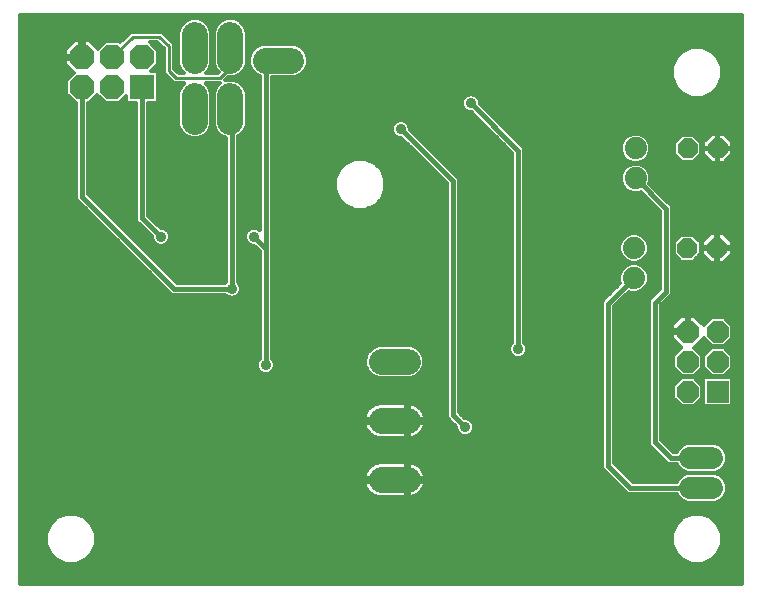
<source format=gbl>
G75*
%MOIN*%
%OFA0B0*%
%FSLAX24Y24*%
%IPPOS*%
%LPD*%
%AMOC8*
5,1,8,0,0,1.08239X$1,22.5*
%
%ADD10R,0.0740X0.0740*%
%ADD11OC8,0.0740*%
%ADD12C,0.0856*%
%ADD13OC8,0.0660*%
%ADD14C,0.0740*%
%ADD15C,0.0740*%
%ADD16OC8,0.0827*%
%ADD17R,0.0827X0.0827*%
%ADD18C,0.0120*%
%ADD19C,0.0354*%
%ADD20C,0.0160*%
%ADD21C,0.0100*%
D10*
X023716Y007034D03*
D11*
X022716Y007034D03*
X022716Y008034D03*
X023716Y008034D03*
X023716Y009034D03*
X022716Y009034D03*
D12*
X013374Y008034D02*
X012517Y008034D01*
X012517Y006066D02*
X013374Y006066D01*
X013374Y004097D02*
X012517Y004097D01*
X007468Y016036D02*
X007468Y016892D01*
X006287Y016892D02*
X006287Y016036D01*
X006287Y018073D02*
X006287Y018930D01*
X007468Y018930D02*
X007468Y018073D01*
X008649Y018073D02*
X009505Y018073D01*
D13*
X022716Y015145D03*
X023716Y015145D03*
X023691Y011823D03*
X022691Y011823D03*
D14*
X022797Y004826D02*
X023537Y004826D01*
X023537Y003826D02*
X022797Y003826D01*
D15*
X020928Y010823D03*
X020928Y011823D03*
X020977Y014145D03*
X020977Y015145D03*
D16*
X004531Y018180D03*
X003531Y018180D03*
X002531Y018180D03*
X002531Y017180D03*
X003531Y017180D03*
D17*
X004531Y017180D03*
D18*
X000455Y019575D02*
X000455Y000627D01*
X024521Y000627D01*
X024521Y019575D01*
X000455Y019575D01*
X000455Y019541D02*
X024521Y019541D01*
X024521Y019423D02*
X007711Y019423D01*
X007779Y019394D02*
X007577Y019478D01*
X007359Y019478D01*
X007158Y019394D01*
X007003Y019240D01*
X006920Y019039D01*
X006920Y017964D01*
X007003Y017763D01*
X007083Y017683D01*
X007053Y017653D01*
X006642Y017653D01*
X006752Y017763D01*
X006835Y017964D01*
X006835Y019039D01*
X006752Y019240D01*
X006597Y019394D01*
X006396Y019478D01*
X006178Y019478D01*
X005976Y019394D01*
X005822Y019240D01*
X005739Y019039D01*
X005739Y017964D01*
X005822Y017763D01*
X005932Y017653D01*
X005742Y017653D01*
X005596Y017799D01*
X005596Y018611D01*
X005496Y018711D01*
X005176Y019031D01*
X004142Y019031D01*
X004042Y018931D01*
X003788Y018677D01*
X003752Y018713D01*
X003310Y018713D01*
X003059Y018462D01*
X002769Y018753D01*
X002591Y018753D01*
X002591Y018240D01*
X002471Y018240D01*
X002471Y018753D01*
X002294Y018753D01*
X001958Y018417D01*
X001958Y018240D01*
X002471Y018240D01*
X002471Y018120D01*
X001958Y018120D01*
X001958Y017942D01*
X002248Y017651D01*
X001998Y017401D01*
X001998Y016959D01*
X002310Y016646D01*
X002331Y016646D01*
X002331Y013454D01*
X005398Y010387D01*
X005515Y010270D01*
X007297Y010270D01*
X007349Y010218D01*
X007458Y010173D01*
X007576Y010173D01*
X007686Y010218D01*
X007769Y010302D01*
X007814Y010411D01*
X007814Y010529D01*
X007769Y010638D01*
X007717Y010690D01*
X007717Y015546D01*
X007779Y015571D01*
X007933Y015725D01*
X008016Y015927D01*
X008016Y017001D01*
X007933Y017203D01*
X007779Y017357D01*
X007577Y017440D01*
X007359Y017440D01*
X007295Y017414D01*
X007406Y017525D01*
X007577Y017525D01*
X007779Y017609D01*
X007933Y017763D01*
X008016Y017964D01*
X008016Y019039D01*
X007933Y019240D01*
X007779Y019394D01*
X007869Y019304D02*
X024521Y019304D01*
X024521Y019186D02*
X007955Y019186D01*
X008004Y019067D02*
X024521Y019067D01*
X024521Y018949D02*
X008016Y018949D01*
X008016Y018830D02*
X024521Y018830D01*
X024521Y018712D02*
X008016Y018712D01*
X008016Y018593D02*
X008471Y018593D01*
X008540Y018622D02*
X008339Y018538D01*
X008184Y018384D01*
X008101Y018182D01*
X008101Y017964D01*
X008184Y017763D01*
X008339Y017609D01*
X008449Y017563D01*
X008449Y012419D01*
X008424Y012444D01*
X008315Y012490D01*
X008196Y012490D01*
X008087Y012444D01*
X008004Y012361D01*
X007958Y012252D01*
X007958Y012133D01*
X008004Y012024D01*
X008087Y011941D01*
X008196Y011895D01*
X008270Y011895D01*
X008449Y011716D01*
X008449Y008131D01*
X008397Y008079D01*
X008352Y007970D01*
X008352Y007852D01*
X008397Y007743D01*
X008481Y007659D01*
X008590Y007614D01*
X008708Y007614D01*
X008818Y007659D01*
X008901Y007743D01*
X008946Y007852D01*
X008946Y007970D01*
X008901Y008079D01*
X008849Y008131D01*
X008849Y017525D01*
X009615Y017525D01*
X009816Y017609D01*
X009970Y017763D01*
X010054Y017964D01*
X010054Y018182D01*
X009970Y018384D01*
X009816Y018538D01*
X009615Y018622D01*
X008540Y018622D01*
X008275Y018475D02*
X008016Y018475D01*
X008016Y018356D02*
X008173Y018356D01*
X008124Y018238D02*
X008016Y018238D01*
X008016Y018119D02*
X008101Y018119D01*
X008101Y018001D02*
X008016Y018001D01*
X007982Y017882D02*
X008135Y017882D01*
X008184Y017764D02*
X007933Y017764D01*
X007815Y017645D02*
X008302Y017645D01*
X008449Y017527D02*
X007580Y017527D01*
X007655Y017408D02*
X008449Y017408D01*
X008449Y017290D02*
X007846Y017290D01*
X007946Y017171D02*
X008449Y017171D01*
X008449Y017053D02*
X007995Y017053D01*
X008016Y016934D02*
X008449Y016934D01*
X008449Y016816D02*
X008016Y016816D01*
X008016Y016697D02*
X008449Y016697D01*
X008449Y016579D02*
X008016Y016579D01*
X008016Y016460D02*
X008449Y016460D01*
X008449Y016342D02*
X008016Y016342D01*
X008016Y016223D02*
X008449Y016223D01*
X008449Y016105D02*
X008016Y016105D01*
X008016Y015986D02*
X008449Y015986D01*
X008449Y015868D02*
X007992Y015868D01*
X007943Y015749D02*
X008449Y015749D01*
X008449Y015631D02*
X007838Y015631D01*
X007717Y015512D02*
X008449Y015512D01*
X008449Y015394D02*
X007717Y015394D01*
X007717Y015275D02*
X008449Y015275D01*
X008449Y015157D02*
X007717Y015157D01*
X007717Y015038D02*
X008449Y015038D01*
X008449Y014920D02*
X007717Y014920D01*
X007717Y014801D02*
X008449Y014801D01*
X008449Y014683D02*
X007717Y014683D01*
X007717Y014564D02*
X008449Y014564D01*
X008449Y014446D02*
X007717Y014446D01*
X007717Y014327D02*
X008449Y014327D01*
X008449Y014209D02*
X007717Y014209D01*
X007717Y014090D02*
X008449Y014090D01*
X008449Y013972D02*
X007717Y013972D01*
X007717Y013853D02*
X008449Y013853D01*
X008449Y013735D02*
X007717Y013735D01*
X007717Y013616D02*
X008449Y013616D01*
X008449Y013498D02*
X007717Y013498D01*
X007717Y013379D02*
X008449Y013379D01*
X008449Y013261D02*
X007717Y013261D01*
X007717Y013142D02*
X008449Y013142D01*
X008449Y013024D02*
X007717Y013024D01*
X007717Y012905D02*
X008449Y012905D01*
X008449Y012787D02*
X007717Y012787D01*
X007717Y012668D02*
X008449Y012668D01*
X008449Y012550D02*
X007717Y012550D01*
X007717Y012431D02*
X008074Y012431D01*
X007984Y012313D02*
X007717Y012313D01*
X007717Y012194D02*
X007958Y012194D01*
X007982Y012076D02*
X007717Y012076D01*
X007717Y011957D02*
X008071Y011957D01*
X008327Y011839D02*
X007717Y011839D01*
X007717Y011720D02*
X008445Y011720D01*
X008449Y011602D02*
X007717Y011602D01*
X007717Y011483D02*
X008449Y011483D01*
X008449Y011365D02*
X007717Y011365D01*
X007717Y011246D02*
X008449Y011246D01*
X008449Y011128D02*
X007717Y011128D01*
X007717Y011009D02*
X008449Y011009D01*
X008449Y010891D02*
X007717Y010891D01*
X007717Y010772D02*
X008449Y010772D01*
X008449Y010654D02*
X007754Y010654D01*
X007812Y010535D02*
X008449Y010535D01*
X008449Y010417D02*
X007814Y010417D01*
X007766Y010298D02*
X008449Y010298D01*
X008449Y010180D02*
X007592Y010180D01*
X007442Y010180D02*
X000455Y010180D01*
X000455Y010298D02*
X005487Y010298D01*
X005369Y010417D02*
X000455Y010417D01*
X000455Y010535D02*
X005250Y010535D01*
X005132Y010654D02*
X000455Y010654D01*
X000455Y010772D02*
X005013Y010772D01*
X004895Y010891D02*
X000455Y010891D01*
X000455Y011009D02*
X004776Y011009D01*
X004658Y011128D02*
X000455Y011128D01*
X000455Y011246D02*
X004539Y011246D01*
X004421Y011365D02*
X000455Y011365D01*
X000455Y011483D02*
X004302Y011483D01*
X004184Y011602D02*
X000455Y011602D01*
X000455Y011720D02*
X004065Y011720D01*
X003947Y011839D02*
X000455Y011839D01*
X000455Y011957D02*
X003828Y011957D01*
X003710Y012076D02*
X000455Y012076D01*
X000455Y012194D02*
X003591Y012194D01*
X003473Y012313D02*
X000455Y012313D01*
X000455Y012431D02*
X003354Y012431D01*
X003236Y012550D02*
X000455Y012550D01*
X000455Y012668D02*
X003117Y012668D01*
X002999Y012787D02*
X000455Y012787D01*
X000455Y012905D02*
X002880Y012905D01*
X002762Y013024D02*
X000455Y013024D01*
X000455Y013142D02*
X002643Y013142D01*
X002525Y013261D02*
X000455Y013261D01*
X000455Y013379D02*
X002406Y013379D01*
X002331Y013498D02*
X000455Y013498D01*
X000455Y013616D02*
X002331Y013616D01*
X002331Y013735D02*
X000455Y013735D01*
X000455Y013853D02*
X002331Y013853D01*
X002331Y013972D02*
X000455Y013972D01*
X000455Y014090D02*
X002331Y014090D01*
X002331Y014209D02*
X000455Y014209D01*
X000455Y014327D02*
X002331Y014327D01*
X002331Y014446D02*
X000455Y014446D01*
X000455Y014564D02*
X002331Y014564D01*
X002331Y014683D02*
X000455Y014683D01*
X000455Y014801D02*
X002331Y014801D01*
X002331Y014920D02*
X000455Y014920D01*
X000455Y015038D02*
X002331Y015038D01*
X002331Y015157D02*
X000455Y015157D01*
X000455Y015275D02*
X002331Y015275D01*
X002331Y015394D02*
X000455Y015394D01*
X000455Y015512D02*
X002331Y015512D01*
X002331Y015631D02*
X000455Y015631D01*
X000455Y015749D02*
X002331Y015749D01*
X002331Y015868D02*
X000455Y015868D01*
X000455Y015986D02*
X002331Y015986D01*
X002331Y016105D02*
X000455Y016105D01*
X000455Y016223D02*
X002331Y016223D01*
X002331Y016342D02*
X000455Y016342D01*
X000455Y016460D02*
X002331Y016460D01*
X002331Y016579D02*
X000455Y016579D01*
X000455Y016697D02*
X002259Y016697D01*
X002141Y016816D02*
X000455Y016816D01*
X000455Y016934D02*
X002022Y016934D01*
X001998Y017053D02*
X000455Y017053D01*
X000455Y017171D02*
X001998Y017171D01*
X001998Y017290D02*
X000455Y017290D01*
X000455Y017408D02*
X002005Y017408D01*
X002124Y017527D02*
X000455Y017527D01*
X000455Y017645D02*
X002242Y017645D01*
X002136Y017764D02*
X000455Y017764D01*
X000455Y017882D02*
X002018Y017882D01*
X001958Y018001D02*
X000455Y018001D01*
X000455Y018119D02*
X001958Y018119D01*
X001958Y018356D02*
X000455Y018356D01*
X000455Y018238D02*
X002471Y018238D01*
X002471Y018356D02*
X002591Y018356D01*
X002591Y018475D02*
X002471Y018475D01*
X002471Y018593D02*
X002591Y018593D01*
X002591Y018712D02*
X002471Y018712D01*
X002252Y018712D02*
X000455Y018712D01*
X000455Y018830D02*
X003941Y018830D01*
X003823Y018712D02*
X003754Y018712D01*
X003309Y018712D02*
X002810Y018712D01*
X002929Y018593D02*
X003190Y018593D01*
X003072Y018475D02*
X003047Y018475D01*
X002134Y018593D02*
X000455Y018593D01*
X000455Y018475D02*
X002015Y018475D01*
X000455Y018949D02*
X004060Y018949D01*
X004774Y018691D02*
X005035Y018691D01*
X005256Y018470D01*
X005256Y017658D01*
X005502Y017412D01*
X005601Y017313D01*
X005932Y017313D01*
X005822Y017203D01*
X005739Y017001D01*
X005739Y015927D01*
X005822Y015725D01*
X005976Y015571D01*
X006178Y015488D01*
X006396Y015488D01*
X006597Y015571D01*
X006752Y015725D01*
X006835Y015927D01*
X006835Y017001D01*
X006752Y017203D01*
X006642Y017313D01*
X007113Y017313D01*
X007003Y017203D01*
X006920Y017001D01*
X006920Y015927D01*
X007003Y015725D01*
X007158Y015571D01*
X007317Y015505D01*
X007317Y010690D01*
X007297Y010670D01*
X005681Y010670D01*
X002731Y013620D01*
X002731Y016646D01*
X002752Y016646D01*
X003031Y016925D01*
X003310Y016646D01*
X003752Y016646D01*
X003998Y016892D01*
X003998Y016717D01*
X004068Y016646D01*
X004331Y016646D01*
X004331Y012734D01*
X004858Y012207D01*
X004858Y012133D01*
X004903Y012024D01*
X004987Y011941D01*
X005096Y011895D01*
X005214Y011895D01*
X005323Y011941D01*
X005407Y012024D01*
X005452Y012133D01*
X005452Y012252D01*
X005407Y012361D01*
X005323Y012444D01*
X005214Y012490D01*
X005141Y012490D01*
X004731Y012899D01*
X004731Y016646D01*
X004994Y016646D01*
X005064Y016717D01*
X005064Y017643D01*
X004994Y017713D01*
X004819Y017713D01*
X005064Y017959D01*
X005064Y018401D01*
X004774Y018691D01*
X004872Y018593D02*
X005133Y018593D01*
X005252Y018475D02*
X004991Y018475D01*
X005064Y018356D02*
X005256Y018356D01*
X005256Y018238D02*
X005064Y018238D01*
X005064Y018119D02*
X005256Y018119D01*
X005256Y018001D02*
X005064Y018001D01*
X004988Y017882D02*
X005256Y017882D01*
X005256Y017764D02*
X004869Y017764D01*
X005062Y017645D02*
X005269Y017645D01*
X005388Y017527D02*
X005064Y017527D01*
X005064Y017408D02*
X005506Y017408D01*
X005632Y017764D02*
X005822Y017764D01*
X005773Y017882D02*
X005596Y017882D01*
X005596Y018001D02*
X005739Y018001D01*
X005739Y018119D02*
X005596Y018119D01*
X005596Y018238D02*
X005739Y018238D01*
X005739Y018356D02*
X005596Y018356D01*
X005596Y018475D02*
X005739Y018475D01*
X005739Y018593D02*
X005596Y018593D01*
X005496Y018712D02*
X005739Y018712D01*
X005739Y018830D02*
X005377Y018830D01*
X005259Y018949D02*
X005739Y018949D01*
X005751Y019067D02*
X000455Y019067D01*
X000455Y019186D02*
X005800Y019186D01*
X005886Y019304D02*
X000455Y019304D01*
X000455Y019423D02*
X006044Y019423D01*
X006529Y019423D02*
X007226Y019423D01*
X007067Y019304D02*
X006688Y019304D01*
X006774Y019186D02*
X006981Y019186D01*
X006932Y019067D02*
X006823Y019067D01*
X006835Y018949D02*
X006920Y018949D01*
X006920Y018830D02*
X006835Y018830D01*
X006835Y018712D02*
X006920Y018712D01*
X006920Y018593D02*
X006835Y018593D01*
X006835Y018475D02*
X006920Y018475D01*
X006920Y018356D02*
X006835Y018356D01*
X006835Y018238D02*
X006920Y018238D01*
X006920Y018119D02*
X006835Y018119D01*
X006835Y018001D02*
X006920Y018001D01*
X006954Y017882D02*
X006801Y017882D01*
X006752Y017764D02*
X007003Y017764D01*
X007090Y017290D02*
X006665Y017290D01*
X006765Y017171D02*
X006990Y017171D01*
X006941Y017053D02*
X006814Y017053D01*
X006835Y016934D02*
X006920Y016934D01*
X006920Y016816D02*
X006835Y016816D01*
X006835Y016697D02*
X006920Y016697D01*
X006920Y016579D02*
X006835Y016579D01*
X006835Y016460D02*
X006920Y016460D01*
X006920Y016342D02*
X006835Y016342D01*
X006835Y016223D02*
X006920Y016223D01*
X006920Y016105D02*
X006835Y016105D01*
X006835Y015986D02*
X006920Y015986D01*
X006945Y015868D02*
X006811Y015868D01*
X006761Y015749D02*
X006994Y015749D01*
X007098Y015631D02*
X006657Y015631D01*
X006454Y015512D02*
X007301Y015512D01*
X007317Y015394D02*
X004731Y015394D01*
X004731Y015512D02*
X006120Y015512D01*
X005917Y015631D02*
X004731Y015631D01*
X004731Y015749D02*
X005813Y015749D01*
X005763Y015868D02*
X004731Y015868D01*
X004731Y015986D02*
X005739Y015986D01*
X005739Y016105D02*
X004731Y016105D01*
X004731Y016223D02*
X005739Y016223D01*
X005739Y016342D02*
X004731Y016342D01*
X004731Y016460D02*
X005739Y016460D01*
X005739Y016579D02*
X004731Y016579D01*
X004331Y016579D02*
X002731Y016579D01*
X002731Y016460D02*
X004331Y016460D01*
X004331Y016342D02*
X002731Y016342D01*
X002731Y016223D02*
X004331Y016223D01*
X004331Y016105D02*
X002731Y016105D01*
X002731Y015986D02*
X004331Y015986D01*
X004331Y015868D02*
X002731Y015868D01*
X002731Y015749D02*
X004331Y015749D01*
X004331Y015631D02*
X002731Y015631D01*
X002731Y015512D02*
X004331Y015512D01*
X004331Y015394D02*
X002731Y015394D01*
X002731Y015275D02*
X004331Y015275D01*
X004331Y015157D02*
X002731Y015157D01*
X002731Y015038D02*
X004331Y015038D01*
X004331Y014920D02*
X002731Y014920D01*
X002731Y014801D02*
X004331Y014801D01*
X004331Y014683D02*
X002731Y014683D01*
X002731Y014564D02*
X004331Y014564D01*
X004331Y014446D02*
X002731Y014446D01*
X002731Y014327D02*
X004331Y014327D01*
X004331Y014209D02*
X002731Y014209D01*
X002731Y014090D02*
X004331Y014090D01*
X004331Y013972D02*
X002731Y013972D01*
X002731Y013853D02*
X004331Y013853D01*
X004331Y013735D02*
X002731Y013735D01*
X002735Y013616D02*
X004331Y013616D01*
X004331Y013498D02*
X002853Y013498D01*
X002972Y013379D02*
X004331Y013379D01*
X004331Y013261D02*
X003090Y013261D01*
X003209Y013142D02*
X004331Y013142D01*
X004331Y013024D02*
X003327Y013024D01*
X003446Y012905D02*
X004331Y012905D01*
X004331Y012787D02*
X003564Y012787D01*
X003683Y012668D02*
X004397Y012668D01*
X004515Y012550D02*
X003801Y012550D01*
X003920Y012431D02*
X004634Y012431D01*
X004752Y012313D02*
X004038Y012313D01*
X004157Y012194D02*
X004858Y012194D01*
X004882Y012076D02*
X004275Y012076D01*
X004394Y011957D02*
X004970Y011957D01*
X004631Y011720D02*
X007317Y011720D01*
X007317Y011602D02*
X004749Y011602D01*
X004868Y011483D02*
X007317Y011483D01*
X007317Y011365D02*
X004986Y011365D01*
X005105Y011246D02*
X007317Y011246D01*
X007317Y011128D02*
X005223Y011128D01*
X005342Y011009D02*
X007317Y011009D01*
X007317Y010891D02*
X005460Y010891D01*
X005579Y010772D02*
X007317Y010772D01*
X008449Y010061D02*
X000455Y010061D01*
X000455Y009943D02*
X008449Y009943D01*
X008449Y009824D02*
X000455Y009824D01*
X000455Y009706D02*
X008449Y009706D01*
X008449Y009587D02*
X000455Y009587D01*
X000455Y009469D02*
X008449Y009469D01*
X008449Y009350D02*
X000455Y009350D01*
X000455Y009232D02*
X008449Y009232D01*
X008449Y009113D02*
X000455Y009113D01*
X000455Y008995D02*
X008449Y008995D01*
X008449Y008876D02*
X000455Y008876D01*
X000455Y008758D02*
X008449Y008758D01*
X008449Y008639D02*
X000455Y008639D01*
X000455Y008521D02*
X008449Y008521D01*
X008449Y008402D02*
X000455Y008402D01*
X000455Y008284D02*
X008449Y008284D01*
X008449Y008165D02*
X000455Y008165D01*
X000455Y008047D02*
X008384Y008047D01*
X008352Y007928D02*
X000455Y007928D01*
X000455Y007810D02*
X008370Y007810D01*
X008449Y007691D02*
X000455Y007691D01*
X000455Y007573D02*
X012204Y007573D01*
X012207Y007569D02*
X012408Y007486D01*
X013483Y007486D01*
X013684Y007569D01*
X013838Y007724D01*
X013922Y007925D01*
X013922Y008143D01*
X013838Y008345D01*
X013684Y008499D01*
X013483Y008582D01*
X012408Y008582D01*
X012207Y008499D01*
X012053Y008345D01*
X011969Y008143D01*
X011969Y007925D01*
X012053Y007724D01*
X012207Y007569D01*
X012085Y007691D02*
X008849Y007691D01*
X008929Y007810D02*
X012017Y007810D01*
X011969Y007928D02*
X008946Y007928D01*
X008915Y008047D02*
X011969Y008047D01*
X011978Y008165D02*
X008849Y008165D01*
X008849Y008284D02*
X012027Y008284D01*
X012110Y008402D02*
X008849Y008402D01*
X008849Y008521D02*
X012259Y008521D01*
X013631Y008521D02*
X014675Y008521D01*
X014675Y008639D02*
X008849Y008639D01*
X008849Y008758D02*
X014675Y008758D01*
X014675Y008876D02*
X008849Y008876D01*
X008849Y008995D02*
X014675Y008995D01*
X014675Y009113D02*
X008849Y009113D01*
X008849Y009232D02*
X014675Y009232D01*
X014675Y009350D02*
X008849Y009350D01*
X008849Y009469D02*
X014675Y009469D01*
X014675Y009587D02*
X008849Y009587D01*
X008849Y009706D02*
X014675Y009706D01*
X014675Y009824D02*
X008849Y009824D01*
X008849Y009943D02*
X014675Y009943D01*
X014675Y010061D02*
X008849Y010061D01*
X008849Y010180D02*
X014675Y010180D01*
X014675Y010298D02*
X008849Y010298D01*
X008849Y010417D02*
X014675Y010417D01*
X014675Y010535D02*
X008849Y010535D01*
X008849Y010654D02*
X014675Y010654D01*
X014675Y010772D02*
X008849Y010772D01*
X008849Y010891D02*
X014675Y010891D01*
X014675Y011009D02*
X008849Y011009D01*
X008849Y011128D02*
X014675Y011128D01*
X014675Y011246D02*
X008849Y011246D01*
X008849Y011365D02*
X014675Y011365D01*
X014675Y011483D02*
X008849Y011483D01*
X008849Y011602D02*
X014675Y011602D01*
X014675Y011720D02*
X008849Y011720D01*
X008849Y011839D02*
X014675Y011839D01*
X014675Y011957D02*
X008849Y011957D01*
X008849Y012076D02*
X014675Y012076D01*
X014675Y012194D02*
X008849Y012194D01*
X008849Y012313D02*
X014675Y012313D01*
X014675Y012431D02*
X008849Y012431D01*
X008849Y012550D02*
X014675Y012550D01*
X014675Y012668D02*
X008849Y012668D01*
X008849Y012787D02*
X014675Y012787D01*
X014675Y012905D02*
X008849Y012905D01*
X008849Y013024D02*
X014675Y013024D01*
X014675Y013142D02*
X012068Y013142D01*
X011966Y013100D02*
X012275Y013227D01*
X012511Y013464D01*
X012639Y013772D01*
X012639Y014107D01*
X012511Y014415D01*
X012275Y014652D01*
X011966Y014779D01*
X011632Y014779D01*
X011323Y014652D01*
X011087Y014415D01*
X010959Y014107D01*
X010959Y013772D01*
X011087Y013464D01*
X011323Y013227D01*
X011632Y013100D01*
X011966Y013100D01*
X012308Y013261D02*
X014675Y013261D01*
X014675Y013379D02*
X012426Y013379D01*
X012525Y013498D02*
X014675Y013498D01*
X014675Y013616D02*
X012574Y013616D01*
X012623Y013735D02*
X014675Y013735D01*
X014675Y013853D02*
X012639Y013853D01*
X012639Y013972D02*
X014675Y013972D01*
X014675Y013980D02*
X014675Y006180D01*
X014792Y006062D01*
X014996Y005858D01*
X014996Y005785D01*
X015041Y005676D01*
X015125Y005592D01*
X015234Y005547D01*
X015352Y005547D01*
X015461Y005592D01*
X015545Y005676D01*
X015590Y005785D01*
X015590Y005903D01*
X015545Y006012D01*
X015461Y006096D01*
X015352Y006141D01*
X015279Y006141D01*
X015075Y006345D01*
X015075Y014145D01*
X014957Y014263D01*
X013449Y015771D01*
X013449Y015844D01*
X013404Y015953D01*
X013320Y016037D01*
X013211Y016082D01*
X013093Y016082D01*
X012984Y016037D01*
X012900Y015953D01*
X012855Y015844D01*
X012855Y015726D01*
X012900Y015617D01*
X012984Y015533D01*
X013093Y015488D01*
X013166Y015488D01*
X014675Y013980D01*
X014564Y014090D02*
X012639Y014090D01*
X012596Y014209D02*
X014446Y014209D01*
X014327Y014327D02*
X012547Y014327D01*
X012481Y014446D02*
X014209Y014446D01*
X014090Y014564D02*
X012362Y014564D01*
X012200Y014683D02*
X013972Y014683D01*
X013853Y014801D02*
X008849Y014801D01*
X008849Y014683D02*
X011398Y014683D01*
X011235Y014564D02*
X008849Y014564D01*
X008849Y014446D02*
X011117Y014446D01*
X011050Y014327D02*
X008849Y014327D01*
X008849Y014209D02*
X011001Y014209D01*
X010959Y014090D02*
X008849Y014090D01*
X008849Y013972D02*
X010959Y013972D01*
X010959Y013853D02*
X008849Y013853D01*
X008849Y013735D02*
X010975Y013735D01*
X011024Y013616D02*
X008849Y013616D01*
X008849Y013498D02*
X011073Y013498D01*
X011171Y013379D02*
X008849Y013379D01*
X008849Y013261D02*
X011290Y013261D01*
X011529Y013142D02*
X008849Y013142D01*
X008449Y012431D02*
X008437Y012431D01*
X007317Y012431D02*
X005337Y012431D01*
X005427Y012313D02*
X007317Y012313D01*
X007317Y012194D02*
X005452Y012194D01*
X005428Y012076D02*
X007317Y012076D01*
X007317Y011957D02*
X005340Y011957D01*
X005081Y012550D02*
X007317Y012550D01*
X007317Y012668D02*
X004962Y012668D01*
X004844Y012787D02*
X007317Y012787D01*
X007317Y012905D02*
X004731Y012905D01*
X004731Y013024D02*
X007317Y013024D01*
X007317Y013142D02*
X004731Y013142D01*
X004731Y013261D02*
X007317Y013261D01*
X007317Y013379D02*
X004731Y013379D01*
X004731Y013498D02*
X007317Y013498D01*
X007317Y013616D02*
X004731Y013616D01*
X004731Y013735D02*
X007317Y013735D01*
X007317Y013853D02*
X004731Y013853D01*
X004731Y013972D02*
X007317Y013972D01*
X007317Y014090D02*
X004731Y014090D01*
X004731Y014209D02*
X007317Y014209D01*
X007317Y014327D02*
X004731Y014327D01*
X004731Y014446D02*
X007317Y014446D01*
X007317Y014564D02*
X004731Y014564D01*
X004731Y014683D02*
X007317Y014683D01*
X007317Y014801D02*
X004731Y014801D01*
X004731Y014920D02*
X007317Y014920D01*
X007317Y015038D02*
X004731Y015038D01*
X004731Y015157D02*
X007317Y015157D01*
X007317Y015275D02*
X004731Y015275D01*
X005045Y016697D02*
X005739Y016697D01*
X005739Y016816D02*
X005064Y016816D01*
X005064Y016934D02*
X005739Y016934D01*
X005760Y017053D02*
X005064Y017053D01*
X005064Y017171D02*
X005809Y017171D01*
X005909Y017290D02*
X005064Y017290D01*
X003998Y016816D02*
X003921Y016816D01*
X004017Y016697D02*
X003803Y016697D01*
X003259Y016697D02*
X002803Y016697D01*
X002921Y016816D02*
X003141Y016816D01*
X008849Y016816D02*
X015239Y016816D01*
X015238Y016815D02*
X015193Y016705D01*
X015193Y016587D01*
X015238Y016478D01*
X015321Y016394D01*
X015431Y016349D01*
X015504Y016349D01*
X016865Y014989D01*
X016865Y008673D01*
X016813Y008621D01*
X016767Y008511D01*
X016767Y008393D01*
X016813Y008284D01*
X016896Y008200D01*
X017005Y008155D01*
X017124Y008155D01*
X017233Y008200D01*
X017316Y008284D01*
X017362Y008393D01*
X017362Y008511D01*
X017316Y008621D01*
X017265Y008673D01*
X017265Y015154D01*
X017147Y015271D01*
X015787Y016632D01*
X015787Y016705D01*
X015742Y016815D01*
X015658Y016898D01*
X015549Y016943D01*
X015431Y016943D01*
X015321Y016898D01*
X015238Y016815D01*
X015193Y016697D02*
X008849Y016697D01*
X008849Y016579D02*
X015196Y016579D01*
X015256Y016460D02*
X008849Y016460D01*
X008849Y016342D02*
X015512Y016342D01*
X015630Y016223D02*
X008849Y016223D01*
X008849Y016105D02*
X015749Y016105D01*
X015867Y015986D02*
X013371Y015986D01*
X013440Y015868D02*
X015986Y015868D01*
X016104Y015749D02*
X013471Y015749D01*
X013589Y015631D02*
X016223Y015631D01*
X016341Y015512D02*
X013708Y015512D01*
X013826Y015394D02*
X016460Y015394D01*
X016578Y015275D02*
X013945Y015275D01*
X014063Y015157D02*
X016697Y015157D01*
X016815Y015038D02*
X014182Y015038D01*
X014300Y014920D02*
X016865Y014920D01*
X016865Y014801D02*
X014419Y014801D01*
X014537Y014683D02*
X016865Y014683D01*
X016865Y014564D02*
X014656Y014564D01*
X014774Y014446D02*
X016865Y014446D01*
X016865Y014327D02*
X014893Y014327D01*
X014957Y014263D02*
X014957Y014263D01*
X015011Y014209D02*
X016865Y014209D01*
X016865Y014090D02*
X015075Y014090D01*
X015075Y013972D02*
X016865Y013972D01*
X016865Y013853D02*
X015075Y013853D01*
X015075Y013735D02*
X016865Y013735D01*
X016865Y013616D02*
X015075Y013616D01*
X015075Y013498D02*
X016865Y013498D01*
X016865Y013379D02*
X015075Y013379D01*
X015075Y013261D02*
X016865Y013261D01*
X016865Y013142D02*
X015075Y013142D01*
X015075Y013024D02*
X016865Y013024D01*
X016865Y012905D02*
X015075Y012905D01*
X015075Y012787D02*
X016865Y012787D01*
X016865Y012668D02*
X015075Y012668D01*
X015075Y012550D02*
X016865Y012550D01*
X016865Y012431D02*
X015075Y012431D01*
X015075Y012313D02*
X016865Y012313D01*
X016865Y012194D02*
X015075Y012194D01*
X015075Y012076D02*
X016865Y012076D01*
X016865Y011957D02*
X015075Y011957D01*
X015075Y011839D02*
X016865Y011839D01*
X016865Y011720D02*
X015075Y011720D01*
X015075Y011602D02*
X016865Y011602D01*
X016865Y011483D02*
X015075Y011483D01*
X015075Y011365D02*
X016865Y011365D01*
X016865Y011246D02*
X015075Y011246D01*
X015075Y011128D02*
X016865Y011128D01*
X016865Y011009D02*
X015075Y011009D01*
X015075Y010891D02*
X016865Y010891D01*
X016865Y010772D02*
X015075Y010772D01*
X015075Y010654D02*
X016865Y010654D01*
X016865Y010535D02*
X015075Y010535D01*
X015075Y010417D02*
X016865Y010417D01*
X016865Y010298D02*
X015075Y010298D01*
X015075Y010180D02*
X016865Y010180D01*
X016865Y010061D02*
X015075Y010061D01*
X015075Y009943D02*
X016865Y009943D01*
X016865Y009824D02*
X015075Y009824D01*
X015075Y009706D02*
X016865Y009706D01*
X016865Y009587D02*
X015075Y009587D01*
X015075Y009469D02*
X016865Y009469D01*
X016865Y009350D02*
X015075Y009350D01*
X015075Y009232D02*
X016865Y009232D01*
X016865Y009113D02*
X015075Y009113D01*
X015075Y008995D02*
X016865Y008995D01*
X016865Y008876D02*
X015075Y008876D01*
X015075Y008758D02*
X016865Y008758D01*
X016831Y008639D02*
X015075Y008639D01*
X015075Y008521D02*
X016771Y008521D01*
X016767Y008402D02*
X015075Y008402D01*
X015075Y008284D02*
X016813Y008284D01*
X016982Y008165D02*
X015075Y008165D01*
X015075Y008047D02*
X019866Y008047D01*
X019866Y008165D02*
X017147Y008165D01*
X017316Y008284D02*
X019866Y008284D01*
X019866Y008402D02*
X017362Y008402D01*
X017358Y008521D02*
X019866Y008521D01*
X019866Y008639D02*
X017298Y008639D01*
X017265Y008758D02*
X019866Y008758D01*
X019866Y008876D02*
X017265Y008876D01*
X017265Y008995D02*
X019866Y008995D01*
X019866Y009113D02*
X017265Y009113D01*
X017265Y009232D02*
X019866Y009232D01*
X019866Y009350D02*
X017265Y009350D01*
X017265Y009469D02*
X019866Y009469D01*
X019866Y009587D02*
X017265Y009587D01*
X017265Y009706D02*
X019866Y009706D01*
X019866Y009824D02*
X017265Y009824D01*
X017265Y009943D02*
X019866Y009943D01*
X019866Y010045D02*
X019866Y004482D01*
X019984Y004365D01*
X020722Y003626D01*
X022349Y003626D01*
X022381Y003549D01*
X022519Y003411D01*
X022699Y003336D01*
X023634Y003336D01*
X023814Y003411D01*
X023952Y003549D01*
X024027Y003729D01*
X024027Y003924D01*
X023952Y004104D01*
X023814Y004242D01*
X023634Y004316D01*
X022699Y004316D01*
X022519Y004242D01*
X022381Y004104D01*
X022349Y004026D01*
X020888Y004026D01*
X020266Y004647D01*
X020266Y009879D01*
X020753Y010366D01*
X020830Y010333D01*
X021025Y010333D01*
X021205Y010408D01*
X021343Y010546D01*
X021418Y010726D01*
X021418Y010921D01*
X021343Y011101D01*
X021205Y011239D01*
X021025Y011313D01*
X020830Y011313D01*
X020650Y011239D01*
X020512Y011101D01*
X020438Y010921D01*
X020438Y010726D01*
X020470Y010648D01*
X019866Y010045D01*
X019883Y010061D02*
X017265Y010061D01*
X017265Y010180D02*
X020001Y010180D01*
X020120Y010298D02*
X017265Y010298D01*
X017265Y010417D02*
X020238Y010417D01*
X020357Y010535D02*
X017265Y010535D01*
X017265Y010654D02*
X020468Y010654D01*
X020438Y010772D02*
X017265Y010772D01*
X017265Y010891D02*
X020438Y010891D01*
X020474Y011009D02*
X017265Y011009D01*
X017265Y011128D02*
X020539Y011128D01*
X020668Y011246D02*
X017265Y011246D01*
X017265Y011365D02*
X020755Y011365D01*
X020830Y011333D02*
X021025Y011333D01*
X021205Y011408D01*
X021343Y011546D01*
X021418Y011726D01*
X021418Y011921D01*
X021343Y012101D01*
X021205Y012239D01*
X021025Y012313D01*
X020830Y012313D01*
X020650Y012239D01*
X020512Y012101D01*
X020438Y011921D01*
X020438Y011726D01*
X020512Y011546D01*
X020650Y011408D01*
X020830Y011333D01*
X021100Y011365D02*
X021786Y011365D01*
X021786Y011483D02*
X021280Y011483D01*
X021366Y011602D02*
X021786Y011602D01*
X021786Y011720D02*
X021415Y011720D01*
X021418Y011839D02*
X021786Y011839D01*
X021786Y011957D02*
X021403Y011957D01*
X021354Y012076D02*
X021786Y012076D01*
X021786Y012194D02*
X021250Y012194D01*
X021027Y012313D02*
X021786Y012313D01*
X021786Y012431D02*
X017265Y012431D01*
X017265Y012313D02*
X020828Y012313D01*
X020605Y012194D02*
X017265Y012194D01*
X017265Y012076D02*
X020502Y012076D01*
X020453Y011957D02*
X017265Y011957D01*
X017265Y011839D02*
X020438Y011839D01*
X020440Y011720D02*
X017265Y011720D01*
X017265Y011602D02*
X020489Y011602D01*
X020575Y011483D02*
X017265Y011483D01*
X017265Y012550D02*
X021786Y012550D01*
X021786Y012668D02*
X017265Y012668D01*
X017265Y012787D02*
X021786Y012787D01*
X021786Y012905D02*
X017265Y012905D01*
X017265Y013024D02*
X021786Y013024D01*
X021786Y013054D02*
X021786Y010454D01*
X021417Y010085D01*
X021417Y005269D01*
X021534Y005152D01*
X022059Y004626D01*
X022349Y004626D01*
X022381Y004549D01*
X022519Y004411D01*
X022699Y004336D01*
X023634Y004336D01*
X023814Y004411D01*
X023952Y004549D01*
X024027Y004729D01*
X024027Y004924D01*
X023952Y005104D01*
X023814Y005242D01*
X023634Y005316D01*
X022699Y005316D01*
X022519Y005242D01*
X022381Y005104D01*
X022349Y005026D01*
X022225Y005026D01*
X021817Y005435D01*
X021817Y009920D01*
X022069Y010172D01*
X022186Y010289D01*
X022186Y013219D01*
X021435Y013970D01*
X021467Y014048D01*
X021467Y014243D01*
X021392Y014423D01*
X021254Y014561D01*
X021074Y014635D01*
X020879Y014635D01*
X020699Y014561D01*
X020562Y014423D01*
X020487Y014243D01*
X020487Y014048D01*
X020562Y013868D01*
X020699Y013730D01*
X020879Y013655D01*
X021074Y013655D01*
X021152Y013687D01*
X021786Y013054D01*
X021697Y013142D02*
X017265Y013142D01*
X017265Y013261D02*
X021579Y013261D01*
X021460Y013379D02*
X017265Y013379D01*
X017265Y013498D02*
X021342Y013498D01*
X021223Y013616D02*
X017265Y013616D01*
X017265Y013735D02*
X020695Y013735D01*
X020576Y013853D02*
X017265Y013853D01*
X017265Y013972D02*
X020519Y013972D01*
X020487Y014090D02*
X017265Y014090D01*
X017265Y014209D02*
X020487Y014209D01*
X020522Y014327D02*
X017265Y014327D01*
X017265Y014446D02*
X020584Y014446D01*
X020708Y014564D02*
X017265Y014564D01*
X017265Y014683D02*
X020814Y014683D01*
X020879Y014655D02*
X020699Y014730D01*
X020562Y014868D01*
X020487Y015048D01*
X020487Y015243D01*
X020562Y015423D01*
X020699Y015561D01*
X020879Y015635D01*
X021074Y015635D01*
X021254Y015561D01*
X021392Y015423D01*
X021467Y015243D01*
X021467Y015048D01*
X021392Y014868D01*
X021254Y014730D01*
X021074Y014655D01*
X020879Y014655D01*
X021140Y014683D02*
X023486Y014683D01*
X023513Y014655D02*
X023696Y014655D01*
X023696Y015125D01*
X023736Y015125D01*
X023736Y014655D01*
X023919Y014655D01*
X024206Y014942D01*
X024206Y015125D01*
X023736Y015125D01*
X023736Y015165D01*
X024206Y015165D01*
X024206Y015348D01*
X023919Y015635D01*
X023736Y015635D01*
X023736Y015165D01*
X023696Y015165D01*
X023696Y015125D01*
X023226Y015125D01*
X023226Y014942D01*
X023513Y014655D01*
X023696Y014683D02*
X023736Y014683D01*
X023736Y014801D02*
X023696Y014801D01*
X023696Y014920D02*
X023736Y014920D01*
X023736Y015038D02*
X023696Y015038D01*
X023696Y015157D02*
X023166Y015157D01*
X023226Y015165D02*
X023696Y015165D01*
X023696Y015635D01*
X023513Y015635D01*
X023226Y015348D01*
X023226Y015165D01*
X023226Y015275D02*
X023166Y015275D01*
X023166Y015332D02*
X022902Y015595D01*
X022530Y015595D01*
X022266Y015332D01*
X022266Y014959D01*
X022530Y014695D01*
X022902Y014695D01*
X023166Y014959D01*
X023166Y015332D01*
X023104Y015394D02*
X023271Y015394D01*
X023390Y015512D02*
X022986Y015512D01*
X023166Y015038D02*
X023226Y015038D01*
X023249Y014920D02*
X023127Y014920D01*
X023008Y014801D02*
X023367Y014801D01*
X023736Y015157D02*
X024521Y015157D01*
X024521Y015275D02*
X024206Y015275D01*
X024161Y015394D02*
X024521Y015394D01*
X024521Y015512D02*
X024042Y015512D01*
X023924Y015631D02*
X024521Y015631D01*
X024521Y015749D02*
X016670Y015749D01*
X016788Y015631D02*
X020868Y015631D01*
X021086Y015631D02*
X023508Y015631D01*
X023696Y015631D02*
X023736Y015631D01*
X023736Y015512D02*
X023696Y015512D01*
X023696Y015394D02*
X023736Y015394D01*
X023736Y015275D02*
X023696Y015275D01*
X024206Y015038D02*
X024521Y015038D01*
X024521Y014920D02*
X024183Y014920D01*
X024065Y014801D02*
X024521Y014801D01*
X024521Y014683D02*
X023946Y014683D01*
X024521Y014564D02*
X021246Y014564D01*
X021370Y014446D02*
X024521Y014446D01*
X024521Y014327D02*
X021432Y014327D01*
X021467Y014209D02*
X024521Y014209D01*
X024521Y014090D02*
X021467Y014090D01*
X021435Y013972D02*
X024521Y013972D01*
X024521Y013853D02*
X021552Y013853D01*
X021670Y013735D02*
X024521Y013735D01*
X024521Y013616D02*
X021789Y013616D01*
X021907Y013498D02*
X024521Y013498D01*
X024521Y013379D02*
X022026Y013379D01*
X022144Y013261D02*
X024521Y013261D01*
X024521Y013142D02*
X022186Y013142D01*
X022186Y013024D02*
X024521Y013024D01*
X024521Y012905D02*
X022186Y012905D01*
X022186Y012787D02*
X024521Y012787D01*
X024521Y012668D02*
X022186Y012668D01*
X022186Y012550D02*
X024521Y012550D01*
X024521Y012431D02*
X022186Y012431D01*
X022186Y012313D02*
X023488Y012313D01*
X023489Y012313D02*
X023201Y012026D01*
X023201Y011843D01*
X023671Y011843D01*
X023671Y011803D01*
X023201Y011803D01*
X023201Y011620D01*
X023489Y011333D01*
X023671Y011333D01*
X023671Y011803D01*
X023711Y011803D01*
X023711Y011333D01*
X023894Y011333D01*
X024181Y011620D01*
X024181Y011803D01*
X023712Y011803D01*
X023712Y011843D01*
X024181Y011843D01*
X024181Y012026D01*
X023894Y012313D01*
X023711Y012313D01*
X023711Y011843D01*
X023671Y011843D01*
X023671Y012313D01*
X023489Y012313D01*
X023369Y012194D02*
X022957Y012194D01*
X022878Y012273D02*
X022505Y012273D01*
X022241Y012010D01*
X022241Y011637D01*
X022505Y011373D01*
X022878Y011373D01*
X023141Y011637D01*
X023141Y012010D01*
X022878Y012273D01*
X023076Y012076D02*
X023251Y012076D01*
X023201Y011957D02*
X023141Y011957D01*
X023141Y011839D02*
X023671Y011839D01*
X023712Y011839D02*
X024521Y011839D01*
X024521Y011957D02*
X024181Y011957D01*
X024132Y012076D02*
X024521Y012076D01*
X024521Y012194D02*
X024014Y012194D01*
X023895Y012313D02*
X024521Y012313D01*
X024521Y011720D02*
X024181Y011720D01*
X024163Y011602D02*
X024521Y011602D01*
X024521Y011483D02*
X024044Y011483D01*
X023926Y011365D02*
X024521Y011365D01*
X024521Y011246D02*
X022186Y011246D01*
X022186Y011128D02*
X024521Y011128D01*
X024521Y011009D02*
X022186Y011009D01*
X022186Y010891D02*
X024521Y010891D01*
X024521Y010772D02*
X022186Y010772D01*
X022186Y010654D02*
X024521Y010654D01*
X024521Y010535D02*
X022186Y010535D01*
X022186Y010417D02*
X024521Y010417D01*
X024521Y010298D02*
X022186Y010298D01*
X022077Y010180D02*
X024521Y010180D01*
X024521Y010061D02*
X021958Y010061D01*
X021840Y009943D02*
X024521Y009943D01*
X024521Y009824D02*
X021817Y009824D01*
X021817Y009706D02*
X024521Y009706D01*
X024521Y009587D02*
X021817Y009587D01*
X021817Y009469D02*
X022401Y009469D01*
X022497Y009564D02*
X022186Y009254D01*
X022186Y009074D01*
X022676Y009074D01*
X022676Y008994D01*
X022186Y008994D01*
X022186Y008814D01*
X022495Y008506D01*
X022226Y008237D01*
X022226Y007831D01*
X022513Y007544D01*
X022919Y007544D01*
X023206Y007831D01*
X023206Y008237D01*
X022937Y008506D01*
X023244Y008813D01*
X023513Y008544D01*
X023919Y008544D01*
X024206Y008831D01*
X024206Y009237D01*
X023919Y009524D01*
X023513Y009524D01*
X023244Y009255D01*
X022936Y009564D01*
X022756Y009564D01*
X022756Y009074D01*
X022676Y009074D01*
X022676Y009564D01*
X022497Y009564D01*
X022676Y009469D02*
X022756Y009469D01*
X022756Y009350D02*
X022676Y009350D01*
X022676Y009232D02*
X022756Y009232D01*
X022756Y009113D02*
X022676Y009113D01*
X022676Y008995D02*
X021817Y008995D01*
X021817Y009113D02*
X022186Y009113D01*
X022186Y009232D02*
X021817Y009232D01*
X021817Y009350D02*
X022283Y009350D01*
X022186Y008876D02*
X021817Y008876D01*
X021817Y008758D02*
X022243Y008758D01*
X022362Y008639D02*
X021817Y008639D01*
X021817Y008521D02*
X022480Y008521D01*
X022391Y008402D02*
X021817Y008402D01*
X021817Y008284D02*
X022273Y008284D01*
X022226Y008165D02*
X021817Y008165D01*
X021817Y008047D02*
X022226Y008047D01*
X022226Y007928D02*
X021817Y007928D01*
X021817Y007810D02*
X022248Y007810D01*
X022366Y007691D02*
X021817Y007691D01*
X021817Y007573D02*
X022485Y007573D01*
X022513Y007524D02*
X022226Y007237D01*
X022226Y006831D01*
X022513Y006544D01*
X022919Y006544D01*
X023206Y006831D01*
X023206Y007237D01*
X022919Y007524D01*
X022513Y007524D01*
X022443Y007454D02*
X021817Y007454D01*
X021817Y007336D02*
X022325Y007336D01*
X022226Y007217D02*
X021817Y007217D01*
X021817Y007099D02*
X022226Y007099D01*
X022226Y006980D02*
X021817Y006980D01*
X021817Y006862D02*
X022226Y006862D01*
X022314Y006743D02*
X021817Y006743D01*
X021817Y006625D02*
X022433Y006625D01*
X023000Y006625D02*
X023226Y006625D01*
X023226Y006614D02*
X023296Y006544D01*
X024136Y006544D01*
X024206Y006614D01*
X024206Y007454D01*
X024521Y007454D01*
X024521Y007336D02*
X024206Y007336D01*
X024206Y007454D02*
X024136Y007524D01*
X023296Y007524D01*
X023226Y007454D01*
X023226Y006614D01*
X023226Y006743D02*
X023118Y006743D01*
X023206Y006862D02*
X023226Y006862D01*
X023226Y006980D02*
X023206Y006980D01*
X023206Y007099D02*
X023226Y007099D01*
X023226Y007217D02*
X023206Y007217D01*
X023226Y007336D02*
X023108Y007336D01*
X023226Y007454D02*
X022989Y007454D01*
X022948Y007573D02*
X023485Y007573D01*
X023513Y007544D02*
X023919Y007544D01*
X024206Y007831D01*
X024206Y008237D01*
X023919Y008524D01*
X023513Y008524D01*
X023226Y008237D01*
X023226Y007831D01*
X023513Y007544D01*
X023366Y007691D02*
X023066Y007691D01*
X023185Y007810D02*
X023248Y007810D01*
X023226Y007928D02*
X023206Y007928D01*
X023206Y008047D02*
X023226Y008047D01*
X023226Y008165D02*
X023206Y008165D01*
X023160Y008284D02*
X023273Y008284D01*
X023391Y008402D02*
X023041Y008402D01*
X022952Y008521D02*
X023510Y008521D01*
X023418Y008639D02*
X023071Y008639D01*
X023189Y008758D02*
X023300Y008758D01*
X023339Y009350D02*
X023150Y009350D01*
X023031Y009469D02*
X023458Y009469D01*
X023975Y009469D02*
X024521Y009469D01*
X024521Y009350D02*
X024093Y009350D01*
X024206Y009232D02*
X024521Y009232D01*
X024521Y009113D02*
X024206Y009113D01*
X024206Y008995D02*
X024521Y008995D01*
X024521Y008876D02*
X024206Y008876D01*
X024133Y008758D02*
X024521Y008758D01*
X024521Y008639D02*
X024014Y008639D01*
X023923Y008521D02*
X024521Y008521D01*
X024521Y008402D02*
X024041Y008402D01*
X024160Y008284D02*
X024521Y008284D01*
X024521Y008165D02*
X024206Y008165D01*
X024206Y008047D02*
X024521Y008047D01*
X024521Y007928D02*
X024206Y007928D01*
X024185Y007810D02*
X024521Y007810D01*
X024521Y007691D02*
X024066Y007691D01*
X023948Y007573D02*
X024521Y007573D01*
X024521Y007217D02*
X024206Y007217D01*
X024206Y007099D02*
X024521Y007099D01*
X024521Y006980D02*
X024206Y006980D01*
X024206Y006862D02*
X024521Y006862D01*
X024521Y006743D02*
X024206Y006743D01*
X024206Y006625D02*
X024521Y006625D01*
X024521Y006506D02*
X021817Y006506D01*
X021817Y006388D02*
X024521Y006388D01*
X024521Y006269D02*
X021817Y006269D01*
X021817Y006151D02*
X024521Y006151D01*
X024521Y006032D02*
X021817Y006032D01*
X021817Y005914D02*
X024521Y005914D01*
X024521Y005795D02*
X021817Y005795D01*
X021817Y005677D02*
X024521Y005677D01*
X024521Y005558D02*
X021817Y005558D01*
X021817Y005440D02*
X024521Y005440D01*
X024521Y005321D02*
X021930Y005321D01*
X022049Y005203D02*
X022480Y005203D01*
X022373Y005084D02*
X022167Y005084D01*
X021839Y004847D02*
X020266Y004847D01*
X020266Y004729D02*
X021957Y004729D01*
X021720Y004966D02*
X020266Y004966D01*
X020266Y005084D02*
X021602Y005084D01*
X021483Y005203D02*
X020266Y005203D01*
X020266Y005321D02*
X021417Y005321D01*
X021417Y005440D02*
X020266Y005440D01*
X020266Y005558D02*
X021417Y005558D01*
X021417Y005677D02*
X020266Y005677D01*
X020266Y005795D02*
X021417Y005795D01*
X021417Y005914D02*
X020266Y005914D01*
X020266Y006032D02*
X021417Y006032D01*
X021417Y006151D02*
X020266Y006151D01*
X020266Y006269D02*
X021417Y006269D01*
X021417Y006388D02*
X020266Y006388D01*
X020266Y006506D02*
X021417Y006506D01*
X021417Y006625D02*
X020266Y006625D01*
X020266Y006743D02*
X021417Y006743D01*
X021417Y006862D02*
X020266Y006862D01*
X020266Y006980D02*
X021417Y006980D01*
X021417Y007099D02*
X020266Y007099D01*
X020266Y007217D02*
X021417Y007217D01*
X021417Y007336D02*
X020266Y007336D01*
X020266Y007454D02*
X021417Y007454D01*
X021417Y007573D02*
X020266Y007573D01*
X020266Y007691D02*
X021417Y007691D01*
X021417Y007810D02*
X020266Y007810D01*
X020266Y007928D02*
X021417Y007928D01*
X021417Y008047D02*
X020266Y008047D01*
X020266Y008165D02*
X021417Y008165D01*
X021417Y008284D02*
X020266Y008284D01*
X020266Y008402D02*
X021417Y008402D01*
X021417Y008521D02*
X020266Y008521D01*
X020266Y008639D02*
X021417Y008639D01*
X021417Y008758D02*
X020266Y008758D01*
X020266Y008876D02*
X021417Y008876D01*
X021417Y008995D02*
X020266Y008995D01*
X020266Y009113D02*
X021417Y009113D01*
X021417Y009232D02*
X020266Y009232D01*
X020266Y009350D02*
X021417Y009350D01*
X021417Y009469D02*
X020266Y009469D01*
X020266Y009587D02*
X021417Y009587D01*
X021417Y009706D02*
X020266Y009706D01*
X020266Y009824D02*
X021417Y009824D01*
X021417Y009943D02*
X020330Y009943D01*
X020448Y010061D02*
X021417Y010061D01*
X021511Y010180D02*
X020567Y010180D01*
X020685Y010298D02*
X021629Y010298D01*
X021748Y010417D02*
X021214Y010417D01*
X021332Y010535D02*
X021786Y010535D01*
X021786Y010654D02*
X021388Y010654D01*
X021418Y010772D02*
X021786Y010772D01*
X021786Y010891D02*
X021418Y010891D01*
X021381Y011009D02*
X021786Y011009D01*
X021786Y011128D02*
X021317Y011128D01*
X021188Y011246D02*
X021786Y011246D01*
X022186Y011365D02*
X023457Y011365D01*
X023339Y011483D02*
X022988Y011483D01*
X023106Y011602D02*
X023220Y011602D01*
X023201Y011720D02*
X023141Y011720D01*
X023671Y011720D02*
X023711Y011720D01*
X023711Y011602D02*
X023671Y011602D01*
X023671Y011483D02*
X023711Y011483D01*
X023711Y011365D02*
X023671Y011365D01*
X023671Y011957D02*
X023711Y011957D01*
X023711Y012076D02*
X023671Y012076D01*
X023671Y012194D02*
X023711Y012194D01*
X023711Y012313D02*
X023671Y012313D01*
X022426Y012194D02*
X022186Y012194D01*
X022186Y012076D02*
X022307Y012076D01*
X022241Y011957D02*
X022186Y011957D01*
X022186Y011839D02*
X022241Y011839D01*
X022241Y011720D02*
X022186Y011720D01*
X022186Y011602D02*
X022277Y011602D01*
X022186Y011483D02*
X022395Y011483D01*
X022424Y014801D02*
X021326Y014801D01*
X021414Y014920D02*
X022305Y014920D01*
X022266Y015038D02*
X021463Y015038D01*
X021467Y015157D02*
X022266Y015157D01*
X022266Y015275D02*
X021454Y015275D01*
X021404Y015394D02*
X022328Y015394D01*
X022447Y015512D02*
X021303Y015512D01*
X020651Y015512D02*
X016907Y015512D01*
X017025Y015394D02*
X020549Y015394D01*
X020500Y015275D02*
X017144Y015275D01*
X017147Y015271D02*
X017147Y015271D01*
X017262Y015157D02*
X020487Y015157D01*
X020491Y015038D02*
X017265Y015038D01*
X017265Y014920D02*
X020540Y014920D01*
X020628Y014801D02*
X017265Y014801D01*
X016551Y015868D02*
X024521Y015868D01*
X024521Y015986D02*
X016433Y015986D01*
X016314Y016105D02*
X024521Y016105D01*
X024521Y016223D02*
X016196Y016223D01*
X016077Y016342D02*
X024521Y016342D01*
X024521Y016460D02*
X015959Y016460D01*
X015840Y016579D02*
X024521Y016579D01*
X024521Y016697D02*
X015787Y016697D01*
X015741Y016816D02*
X024521Y016816D01*
X024521Y016934D02*
X023414Y016934D01*
X023495Y016968D02*
X023731Y017204D01*
X023859Y017513D01*
X023859Y017847D01*
X023731Y018155D01*
X023495Y018392D01*
X023186Y018520D01*
X022852Y018520D01*
X022543Y018392D01*
X022307Y018155D01*
X022179Y017847D01*
X022179Y017513D01*
X022307Y017204D01*
X022543Y016968D01*
X022852Y016840D01*
X023186Y016840D01*
X023495Y016968D01*
X023580Y017053D02*
X024521Y017053D01*
X024521Y017171D02*
X023698Y017171D01*
X023767Y017290D02*
X024521Y017290D01*
X024521Y017408D02*
X023816Y017408D01*
X023859Y017527D02*
X024521Y017527D01*
X024521Y017645D02*
X023859Y017645D01*
X023859Y017764D02*
X024521Y017764D01*
X024521Y017882D02*
X023845Y017882D01*
X023795Y018001D02*
X024521Y018001D01*
X024521Y018119D02*
X023746Y018119D01*
X023649Y018238D02*
X024521Y018238D01*
X024521Y018356D02*
X023531Y018356D01*
X023295Y018475D02*
X024521Y018475D01*
X024521Y018593D02*
X009683Y018593D01*
X009880Y018475D02*
X022743Y018475D01*
X022508Y018356D02*
X009982Y018356D01*
X010031Y018238D02*
X022389Y018238D01*
X022292Y018119D02*
X010054Y018119D01*
X010054Y018001D02*
X022243Y018001D01*
X022194Y017882D02*
X010020Y017882D01*
X009970Y017764D02*
X022179Y017764D01*
X022179Y017645D02*
X009852Y017645D01*
X009618Y017527D02*
X022179Y017527D01*
X022223Y017408D02*
X008849Y017408D01*
X008849Y017290D02*
X022272Y017290D01*
X022340Y017171D02*
X008849Y017171D01*
X008849Y017053D02*
X022459Y017053D01*
X022625Y016934D02*
X015571Y016934D01*
X015408Y016934D02*
X008849Y016934D01*
X008849Y015986D02*
X012933Y015986D01*
X012865Y015868D02*
X008849Y015868D01*
X008849Y015749D02*
X012855Y015749D01*
X012894Y015631D02*
X008849Y015631D01*
X008849Y015512D02*
X013035Y015512D01*
X013261Y015394D02*
X008849Y015394D01*
X008849Y015275D02*
X013379Y015275D01*
X013498Y015157D02*
X008849Y015157D01*
X008849Y015038D02*
X013616Y015038D01*
X013735Y014920D02*
X008849Y014920D01*
X007317Y011839D02*
X004512Y011839D01*
X000455Y007454D02*
X014675Y007454D01*
X014675Y007336D02*
X000455Y007336D01*
X000455Y007217D02*
X014675Y007217D01*
X014675Y007099D02*
X000455Y007099D01*
X000455Y006980D02*
X014675Y006980D01*
X014675Y006862D02*
X000455Y006862D01*
X000455Y006743D02*
X014675Y006743D01*
X014675Y006625D02*
X013556Y006625D01*
X013599Y006611D02*
X013511Y006639D01*
X013434Y006651D01*
X013434Y006126D01*
X013314Y006126D01*
X013314Y006654D01*
X012471Y006654D01*
X012380Y006639D01*
X012292Y006611D01*
X012209Y006569D01*
X012134Y006514D01*
X012069Y006449D01*
X012014Y006374D01*
X011972Y006291D01*
X011944Y006203D01*
X011931Y006126D01*
X013314Y006126D01*
X013314Y006006D01*
X013434Y006006D01*
X013434Y006126D01*
X013960Y006126D01*
X013947Y006203D01*
X013919Y006291D01*
X013877Y006374D01*
X013822Y006449D01*
X013757Y006514D01*
X013682Y006569D01*
X013599Y006611D01*
X013434Y006625D02*
X013314Y006625D01*
X013314Y006506D02*
X013434Y006506D01*
X013434Y006388D02*
X013314Y006388D01*
X013314Y006269D02*
X013434Y006269D01*
X013434Y006151D02*
X013314Y006151D01*
X013314Y006032D02*
X000455Y006032D01*
X000455Y005914D02*
X011948Y005914D01*
X011944Y005928D02*
X011972Y005840D01*
X012014Y005757D01*
X012069Y005682D01*
X012134Y005617D01*
X012209Y005562D01*
X012292Y005520D01*
X012380Y005492D01*
X012471Y005477D01*
X013314Y005477D01*
X013314Y006006D01*
X011931Y006006D01*
X011944Y005928D01*
X011995Y005795D02*
X000455Y005795D01*
X000455Y005677D02*
X012075Y005677D01*
X012218Y005558D02*
X000455Y005558D01*
X000455Y005440D02*
X019866Y005440D01*
X019866Y005558D02*
X015379Y005558D01*
X015207Y005558D02*
X013673Y005558D01*
X013682Y005562D02*
X013757Y005617D01*
X013822Y005682D01*
X013877Y005757D01*
X013919Y005840D01*
X013947Y005928D01*
X013960Y006006D01*
X013434Y006006D01*
X013434Y005480D01*
X013511Y005492D01*
X013599Y005520D01*
X013682Y005562D01*
X013816Y005677D02*
X015041Y005677D01*
X014996Y005795D02*
X013896Y005795D01*
X013943Y005914D02*
X014941Y005914D01*
X014822Y006032D02*
X013434Y006032D01*
X013434Y005914D02*
X013314Y005914D01*
X013314Y005795D02*
X013434Y005795D01*
X013434Y005677D02*
X013314Y005677D01*
X013314Y005558D02*
X013434Y005558D01*
X013956Y006151D02*
X014704Y006151D01*
X014675Y006269D02*
X013926Y006269D01*
X013867Y006388D02*
X014675Y006388D01*
X014675Y006506D02*
X013765Y006506D01*
X014792Y006062D02*
X014792Y006062D01*
X015075Y006388D02*
X019866Y006388D01*
X019866Y006506D02*
X015075Y006506D01*
X015075Y006625D02*
X019866Y006625D01*
X019866Y006743D02*
X015075Y006743D01*
X015075Y006862D02*
X019866Y006862D01*
X019866Y006980D02*
X015075Y006980D01*
X015075Y007099D02*
X019866Y007099D01*
X019866Y007217D02*
X015075Y007217D01*
X015075Y007336D02*
X019866Y007336D01*
X019866Y007454D02*
X015075Y007454D01*
X015075Y007573D02*
X019866Y007573D01*
X019866Y007691D02*
X015075Y007691D01*
X015075Y007810D02*
X019866Y007810D01*
X019866Y007928D02*
X015075Y007928D01*
X014675Y007928D02*
X013922Y007928D01*
X013922Y008047D02*
X014675Y008047D01*
X014675Y008165D02*
X013913Y008165D01*
X013864Y008284D02*
X014675Y008284D01*
X014675Y008402D02*
X013781Y008402D01*
X013874Y007810D02*
X014675Y007810D01*
X014675Y007691D02*
X013806Y007691D01*
X013687Y007573D02*
X014675Y007573D01*
X015151Y006269D02*
X019866Y006269D01*
X019866Y006151D02*
X015269Y006151D01*
X015525Y006032D02*
X019866Y006032D01*
X019866Y005914D02*
X015586Y005914D01*
X015590Y005795D02*
X019866Y005795D01*
X019866Y005677D02*
X015545Y005677D01*
X013877Y004405D02*
X013822Y004480D01*
X013757Y004546D01*
X013682Y004600D01*
X013599Y004642D01*
X013511Y004671D01*
X013434Y004683D01*
X013434Y004157D01*
X013960Y004157D01*
X013947Y004235D01*
X013919Y004323D01*
X013877Y004405D01*
X013893Y004373D02*
X019975Y004373D01*
X019866Y004492D02*
X013811Y004492D01*
X013662Y004610D02*
X019866Y004610D01*
X019866Y004729D02*
X000455Y004729D01*
X000455Y004847D02*
X019866Y004847D01*
X019866Y004966D02*
X000455Y004966D01*
X000455Y005084D02*
X019866Y005084D01*
X019866Y005203D02*
X000455Y005203D01*
X000455Y005321D02*
X019866Y005321D01*
X020304Y004610D02*
X022356Y004610D01*
X022439Y004492D02*
X020422Y004492D01*
X020541Y004373D02*
X022611Y004373D01*
X022550Y004255D02*
X020659Y004255D01*
X020778Y004136D02*
X022414Y004136D01*
X022387Y003544D02*
X013573Y003544D01*
X013599Y003552D02*
X013511Y003523D01*
X013434Y003511D01*
X013434Y004037D01*
X013434Y004157D01*
X013314Y004157D01*
X013314Y004685D01*
X012471Y004685D01*
X012380Y004671D01*
X012292Y004642D01*
X012209Y004600D01*
X012134Y004546D01*
X012069Y004480D01*
X012014Y004405D01*
X011972Y004323D01*
X011944Y004235D01*
X011931Y004157D01*
X013314Y004157D01*
X013314Y004037D01*
X013434Y004037D01*
X013960Y004037D01*
X013947Y003959D01*
X013919Y003871D01*
X013877Y003789D01*
X013822Y003714D01*
X013757Y003648D01*
X013682Y003594D01*
X013599Y003552D01*
X013434Y003544D02*
X013314Y003544D01*
X013314Y003509D02*
X013314Y004037D01*
X011931Y004037D01*
X011944Y003959D01*
X011972Y003871D01*
X012014Y003789D01*
X012069Y003714D01*
X012134Y003648D01*
X012209Y003594D01*
X012292Y003552D01*
X012380Y003523D01*
X012471Y003509D01*
X013314Y003509D01*
X013314Y003662D02*
X013434Y003662D01*
X013434Y003781D02*
X013314Y003781D01*
X013314Y003899D02*
X013434Y003899D01*
X013434Y004018D02*
X013314Y004018D01*
X013314Y004136D02*
X000455Y004136D01*
X000455Y004018D02*
X011934Y004018D01*
X011963Y003899D02*
X000455Y003899D01*
X000455Y003781D02*
X012020Y003781D01*
X012121Y003662D02*
X000455Y003662D01*
X000455Y003544D02*
X012317Y003544D01*
X011950Y004255D02*
X000455Y004255D01*
X000455Y004373D02*
X011998Y004373D01*
X012080Y004492D02*
X000455Y004492D01*
X000455Y004610D02*
X012229Y004610D01*
X013314Y004610D02*
X013434Y004610D01*
X013434Y004492D02*
X013314Y004492D01*
X013314Y004373D02*
X013434Y004373D01*
X013434Y004255D02*
X013314Y004255D01*
X013434Y004136D02*
X020212Y004136D01*
X020094Y004255D02*
X013941Y004255D01*
X013956Y004018D02*
X020331Y004018D01*
X020449Y003899D02*
X013928Y003899D01*
X013871Y003781D02*
X020568Y003781D01*
X020686Y003662D02*
X013770Y003662D01*
X011935Y006151D02*
X000455Y006151D01*
X000455Y006269D02*
X011965Y006269D01*
X012024Y006388D02*
X000455Y006388D01*
X000455Y006506D02*
X012126Y006506D01*
X012334Y006625D02*
X000455Y006625D01*
X000455Y003425D02*
X022505Y003425D01*
X022810Y002951D02*
X002362Y002951D01*
X002320Y002968D02*
X001986Y002968D01*
X001677Y002841D01*
X001441Y002604D01*
X001313Y002296D01*
X001313Y001961D01*
X001441Y001653D01*
X001677Y001416D01*
X001986Y001289D01*
X002320Y001289D01*
X002629Y001416D01*
X002865Y001653D01*
X002993Y001961D01*
X002993Y002296D01*
X002865Y002604D01*
X002629Y002841D01*
X002320Y002968D01*
X002637Y002833D02*
X022535Y002833D01*
X022543Y002841D02*
X022307Y002604D01*
X022179Y002296D01*
X022179Y001961D01*
X022307Y001653D01*
X022543Y001416D01*
X022852Y001289D01*
X023186Y001289D01*
X023495Y001416D01*
X023731Y001653D01*
X023859Y001961D01*
X023859Y002296D01*
X023731Y002604D01*
X023495Y002841D01*
X023186Y002968D01*
X022852Y002968D01*
X022543Y002841D01*
X022417Y002714D02*
X002755Y002714D01*
X002869Y002596D02*
X022304Y002596D01*
X022254Y002477D02*
X002918Y002477D01*
X002967Y002359D02*
X022205Y002359D01*
X022179Y002240D02*
X002993Y002240D01*
X002993Y002122D02*
X022179Y002122D01*
X022179Y002003D02*
X002993Y002003D01*
X002961Y001885D02*
X022211Y001885D01*
X022260Y001766D02*
X002912Y001766D01*
X002860Y001648D02*
X022312Y001648D01*
X022431Y001529D02*
X002741Y001529D01*
X002615Y001411D02*
X022558Y001411D01*
X022844Y001292D02*
X002328Y001292D01*
X001978Y001292D02*
X000455Y001292D01*
X000455Y001174D02*
X024521Y001174D01*
X024521Y001292D02*
X023195Y001292D01*
X023481Y001411D02*
X024521Y001411D01*
X024521Y001529D02*
X023608Y001529D01*
X023726Y001648D02*
X024521Y001648D01*
X024521Y001766D02*
X023778Y001766D01*
X023827Y001885D02*
X024521Y001885D01*
X024521Y002003D02*
X023859Y002003D01*
X023859Y002122D02*
X024521Y002122D01*
X024521Y002240D02*
X023859Y002240D01*
X023833Y002359D02*
X024521Y002359D01*
X024521Y002477D02*
X023784Y002477D01*
X023735Y002596D02*
X024521Y002596D01*
X024521Y002714D02*
X023622Y002714D01*
X023503Y002833D02*
X024521Y002833D01*
X024521Y002951D02*
X023228Y002951D01*
X023829Y003425D02*
X024521Y003425D01*
X024521Y003307D02*
X000455Y003307D01*
X000455Y003188D02*
X024521Y003188D01*
X024521Y003070D02*
X000455Y003070D01*
X000455Y002951D02*
X001944Y002951D01*
X001669Y002833D02*
X000455Y002833D01*
X000455Y002714D02*
X001551Y002714D01*
X001437Y002596D02*
X000455Y002596D01*
X000455Y002477D02*
X001388Y002477D01*
X001339Y002359D02*
X000455Y002359D01*
X000455Y002240D02*
X001313Y002240D01*
X001313Y002122D02*
X000455Y002122D01*
X000455Y002003D02*
X001313Y002003D01*
X001345Y001885D02*
X000455Y001885D01*
X000455Y001766D02*
X001394Y001766D01*
X001446Y001648D02*
X000455Y001648D01*
X000455Y001529D02*
X001565Y001529D01*
X001692Y001411D02*
X000455Y001411D01*
X000455Y001055D02*
X024521Y001055D01*
X024521Y000937D02*
X000455Y000937D01*
X000455Y000818D02*
X024521Y000818D01*
X024521Y000700D02*
X000455Y000700D01*
X023723Y004373D02*
X024521Y004373D01*
X024521Y004255D02*
X023784Y004255D01*
X023920Y004136D02*
X024521Y004136D01*
X024521Y004018D02*
X023988Y004018D01*
X024027Y003899D02*
X024521Y003899D01*
X024521Y003781D02*
X024027Y003781D01*
X023999Y003662D02*
X024521Y003662D01*
X024521Y003544D02*
X023947Y003544D01*
X023895Y004492D02*
X024521Y004492D01*
X024521Y004610D02*
X023978Y004610D01*
X024027Y004729D02*
X024521Y004729D01*
X024521Y004847D02*
X024027Y004847D01*
X024010Y004966D02*
X024521Y004966D01*
X024521Y005084D02*
X023961Y005084D01*
X023854Y005203D02*
X024521Y005203D01*
D19*
X021472Y000995D03*
X017472Y000995D03*
X012972Y000995D03*
X008472Y000995D03*
X003972Y000995D03*
X000972Y005495D03*
X000972Y010495D03*
X004614Y010470D03*
X005155Y012192D03*
X006312Y013570D03*
X008255Y012192D03*
X007517Y010470D03*
X008649Y007911D03*
X013423Y012242D03*
X013152Y015785D03*
X015490Y016646D03*
X014972Y018995D03*
X019472Y018995D03*
X023972Y018995D03*
X018738Y011602D03*
X017065Y008452D03*
X015293Y005844D03*
X017630Y004761D03*
X000972Y014495D03*
X000972Y018995D03*
D20*
X002531Y017180D02*
X002531Y013537D01*
X005598Y010470D01*
X007517Y010470D01*
X007517Y016843D01*
X007468Y016892D01*
X008649Y018073D02*
X008649Y011799D01*
X008255Y012192D01*
X008255Y012217D01*
X008649Y011799D02*
X008649Y007911D01*
X005155Y012192D02*
X004531Y012816D01*
X004531Y017180D01*
X013152Y015785D02*
X014875Y014063D01*
X014875Y006262D01*
X015293Y005844D01*
X017065Y008452D02*
X017065Y015071D01*
X015490Y016646D01*
X020977Y014145D02*
X021986Y013136D01*
X021986Y010372D01*
X021617Y010003D01*
X021617Y005352D01*
X022142Y004826D01*
X023167Y004826D01*
X023167Y003826D02*
X020805Y003826D01*
X020066Y004565D01*
X020066Y009962D01*
X020928Y010823D01*
D21*
X007468Y017827D02*
X007468Y018073D01*
X007468Y017827D02*
X007124Y017483D01*
X005672Y017483D01*
X005426Y017729D01*
X005426Y018541D01*
X005106Y018861D01*
X004212Y018861D01*
X003531Y018180D01*
M02*

</source>
